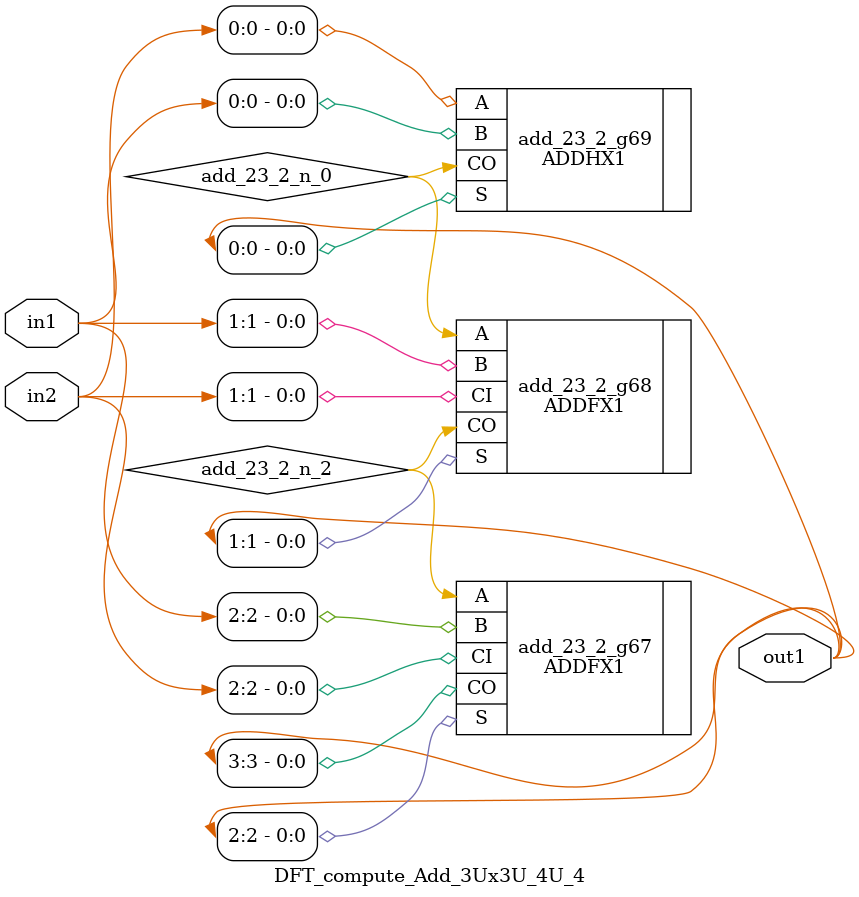
<source format=v>
`timescale 1ps / 1ps


module DFT_compute_Add_3Ux3U_4U_4(in2, in1, out1);
  input [2:0] in2, in1;
  output [3:0] out1;
  wire [2:0] in2, in1;
  wire [3:0] out1;
  wire add_23_2_n_0, add_23_2_n_2;
  ADDFX1 add_23_2_g67(.A (add_23_2_n_2), .B (in1[2]), .CI (in2[2]), .CO
       (out1[3]), .S (out1[2]));
  ADDFX1 add_23_2_g68(.A (add_23_2_n_0), .B (in1[1]), .CI (in2[1]), .CO
       (add_23_2_n_2), .S (out1[1]));
  ADDHX1 add_23_2_g69(.A (in2[0]), .B (in1[0]), .CO (add_23_2_n_0), .S
       (out1[0]));
endmodule



</source>
